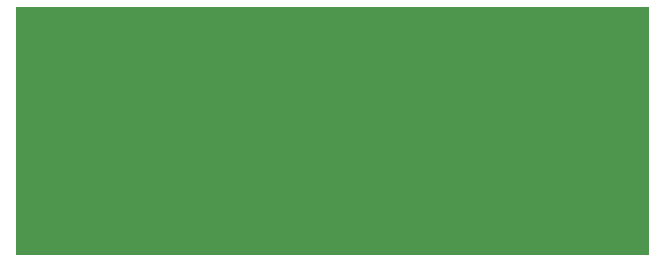
<source format=gbr>
%TF.GenerationSoftware,KiCad,Pcbnew,5.1.10-88a1d61d58~88~ubuntu18.04.1*%
%TF.CreationDate,2021-09-27T14:33:51+02:00*%
%TF.ProjectId,rf_phase_shifter_2_45GHz,72665f70-6861-4736-955f-736869667465,1.0.0*%
%TF.SameCoordinates,Original*%
%TF.FileFunction,Soldermask,Top*%
%TF.FilePolarity,Negative*%
%FSLAX46Y46*%
G04 Gerber Fmt 4.6, Leading zero omitted, Abs format (unit mm)*
G04 Created by KiCad (PCBNEW 5.1.10-88a1d61d58~88~ubuntu18.04.1) date 2021-09-27 14:33:51*
%MOMM*%
%LPD*%
G01*
G04 APERTURE LIST*
%ADD10C,0.100000*%
%ADD11R,0.700000X0.600000*%
%ADD12R,0.330000X0.350000*%
%ADD13R,5.000000X1.200000*%
%ADD14R,5.000000X1.600000*%
%ADD15R,1.200000X5.000000*%
%ADD16R,1.600000X5.000000*%
G04 APERTURE END LIST*
D10*
G36*
X126746000Y-69342000D02*
G01*
X73279000Y-69342000D01*
X73279000Y-48387000D01*
X126746000Y-48387000D01*
X126746000Y-69342000D01*
G37*
X126746000Y-69342000D02*
X73279000Y-69342000D01*
X73279000Y-48387000D01*
X126746000Y-48387000D01*
X126746000Y-69342000D01*
D11*
%TO.C,D4*%
X119227600Y-60577500D03*
X119227600Y-61977500D03*
%TD*%
%TO.C,TL4*%
G36*
G01*
X109707000Y-60776500D02*
X109707000Y-60381500D01*
G75*
G02*
X109904500Y-60184000I197500J0D01*
G01*
X119055500Y-60184000D01*
G75*
G02*
X119253000Y-60381500I0J-197500D01*
G01*
X119253000Y-60776500D01*
G75*
G02*
X119055500Y-60974000I-197500J0D01*
G01*
X109904500Y-60974000D01*
G75*
G02*
X109707000Y-60776500I0J197500D01*
G01*
G37*
G36*
G01*
X102161000Y-60776500D02*
X102161000Y-60381500D01*
G75*
G02*
X102358500Y-60184000I197500J0D01*
G01*
X111509500Y-60184000D01*
G75*
G02*
X111707000Y-60381500I0J-197500D01*
G01*
X111707000Y-60776500D01*
G75*
G02*
X111509500Y-60974000I-197500J0D01*
G01*
X102358500Y-60974000D01*
G75*
G02*
X102161000Y-60776500I0J197500D01*
G01*
G37*
%TD*%
%TO.C,TL3*%
G36*
G01*
X109707000Y-57474500D02*
X109707000Y-57079500D01*
G75*
G02*
X109904500Y-56882000I197500J0D01*
G01*
X119055500Y-56882000D01*
G75*
G02*
X119253000Y-57079500I0J-197500D01*
G01*
X119253000Y-57474500D01*
G75*
G02*
X119055500Y-57672000I-197500J0D01*
G01*
X109904500Y-57672000D01*
G75*
G02*
X109707000Y-57474500I0J197500D01*
G01*
G37*
G36*
G01*
X102161000Y-57474500D02*
X102161000Y-57079500D01*
G75*
G02*
X102358500Y-56882000I197500J0D01*
G01*
X111509500Y-56882000D01*
G75*
G02*
X111707000Y-57079500I0J-197500D01*
G01*
X111707000Y-57474500D01*
G75*
G02*
X111509500Y-57672000I-197500J0D01*
G01*
X102358500Y-57672000D01*
G75*
G02*
X102161000Y-57474500I0J197500D01*
G01*
G37*
%TD*%
%TO.C,TL2*%
G36*
G01*
X93107000Y-61179000D02*
X93107000Y-59979000D01*
G75*
G02*
X93707000Y-59379000I600000J0D01*
G01*
X101567000Y-59379000D01*
G75*
G02*
X102167000Y-59979000I0J-600000D01*
G01*
X102167000Y-61179000D01*
G75*
G02*
X101567000Y-61779000I-600000J0D01*
G01*
X93707000Y-61779000D01*
G75*
G02*
X93107000Y-61179000I0J600000D01*
G01*
G37*
G36*
G01*
X86047000Y-61179000D02*
X86047000Y-59979000D01*
G75*
G02*
X86647000Y-59379000I600000J0D01*
G01*
X94507000Y-59379000D01*
G75*
G02*
X95107000Y-59979000I0J-600000D01*
G01*
X95107000Y-61179000D01*
G75*
G02*
X94507000Y-61779000I-600000J0D01*
G01*
X86647000Y-61779000D01*
G75*
G02*
X86047000Y-61179000I0J600000D01*
G01*
G37*
%TD*%
%TO.C,TL1*%
G36*
G01*
X93107000Y-57877000D02*
X93107000Y-56677000D01*
G75*
G02*
X93707000Y-56077000I600000J0D01*
G01*
X101567000Y-56077000D01*
G75*
G02*
X102167000Y-56677000I0J-600000D01*
G01*
X102167000Y-57877000D01*
G75*
G02*
X101567000Y-58477000I-600000J0D01*
G01*
X93707000Y-58477000D01*
G75*
G02*
X93107000Y-57877000I0J600000D01*
G01*
G37*
G36*
G01*
X86047000Y-57877000D02*
X86047000Y-56677000D01*
G75*
G02*
X86647000Y-56077000I600000J0D01*
G01*
X94507000Y-56077000D01*
G75*
G02*
X95107000Y-56677000I0J-600000D01*
G01*
X95107000Y-57877000D01*
G75*
G02*
X94507000Y-58477000I-600000J0D01*
G01*
X86647000Y-58477000D01*
G75*
G02*
X86047000Y-57877000I0J600000D01*
G01*
G37*
%TD*%
D12*
%TO.C,FL1*%
X85103000Y-58278000D03*
X85103000Y-58928000D03*
X85103000Y-59578000D03*
X86093000Y-59578000D03*
X86093000Y-58928000D03*
X86093000Y-58278000D03*
%TD*%
D13*
%TO.C,J3*%
X75967000Y-58928000D03*
D14*
X75967000Y-61698000D03*
X75967000Y-56158000D03*
%TD*%
D15*
%TO.C,J2*%
X84455000Y-66654000D03*
D16*
X87225000Y-66654000D03*
X81685000Y-66654000D03*
%TD*%
D15*
%TO.C,J1*%
X84455000Y-51202000D03*
D16*
X81685000Y-51202000D03*
X87225000Y-51202000D03*
%TD*%
%TO.C,L2*%
G36*
G01*
X86743250Y-61880000D02*
X86230750Y-61880000D01*
G75*
G02*
X86012000Y-61661250I0J218750D01*
G01*
X86012000Y-61223750D01*
G75*
G02*
X86230750Y-61005000I218750J0D01*
G01*
X86743250Y-61005000D01*
G75*
G02*
X86962000Y-61223750I0J-218750D01*
G01*
X86962000Y-61661250D01*
G75*
G02*
X86743250Y-61880000I-218750J0D01*
G01*
G37*
G36*
G01*
X86743250Y-63455000D02*
X86230750Y-63455000D01*
G75*
G02*
X86012000Y-63236250I0J218750D01*
G01*
X86012000Y-62798750D01*
G75*
G02*
X86230750Y-62580000I218750J0D01*
G01*
X86743250Y-62580000D01*
G75*
G02*
X86962000Y-62798750I0J-218750D01*
G01*
X86962000Y-63236250D01*
G75*
G02*
X86743250Y-63455000I-218750J0D01*
G01*
G37*
%TD*%
%TO.C,L1*%
G36*
G01*
X86230750Y-55976000D02*
X86743250Y-55976000D01*
G75*
G02*
X86962000Y-56194750I0J-218750D01*
G01*
X86962000Y-56632250D01*
G75*
G02*
X86743250Y-56851000I-218750J0D01*
G01*
X86230750Y-56851000D01*
G75*
G02*
X86012000Y-56632250I0J218750D01*
G01*
X86012000Y-56194750D01*
G75*
G02*
X86230750Y-55976000I218750J0D01*
G01*
G37*
G36*
G01*
X86230750Y-54401000D02*
X86743250Y-54401000D01*
G75*
G02*
X86962000Y-54619750I0J-218750D01*
G01*
X86962000Y-55057250D01*
G75*
G02*
X86743250Y-55276000I-218750J0D01*
G01*
X86230750Y-55276000D01*
G75*
G02*
X86012000Y-55057250I0J218750D01*
G01*
X86012000Y-54619750D01*
G75*
G02*
X86230750Y-54401000I218750J0D01*
G01*
G37*
%TD*%
D11*
%TO.C,D3*%
X119227600Y-57278500D03*
X119227600Y-55878500D03*
%TD*%
%TO.C,D2*%
X102158800Y-62422000D03*
X102158800Y-61022000D03*
%TD*%
%TO.C,D1*%
X102171500Y-55434000D03*
X102171500Y-56834000D03*
%TD*%
%TO.C,C2*%
G36*
G01*
X84705000Y-61905000D02*
X84205000Y-61905000D01*
G75*
G02*
X83980000Y-61680000I0J225000D01*
G01*
X83980000Y-61230000D01*
G75*
G02*
X84205000Y-61005000I225000J0D01*
G01*
X84705000Y-61005000D01*
G75*
G02*
X84930000Y-61230000I0J-225000D01*
G01*
X84930000Y-61680000D01*
G75*
G02*
X84705000Y-61905000I-225000J0D01*
G01*
G37*
G36*
G01*
X84705000Y-63455000D02*
X84205000Y-63455000D01*
G75*
G02*
X83980000Y-63230000I0J225000D01*
G01*
X83980000Y-62780000D01*
G75*
G02*
X84205000Y-62555000I225000J0D01*
G01*
X84705000Y-62555000D01*
G75*
G02*
X84930000Y-62780000I0J-225000D01*
G01*
X84930000Y-63230000D01*
G75*
G02*
X84705000Y-63455000I-225000J0D01*
G01*
G37*
%TD*%
%TO.C,C1*%
G36*
G01*
X84705000Y-55301000D02*
X84205000Y-55301000D01*
G75*
G02*
X83980000Y-55076000I0J225000D01*
G01*
X83980000Y-54626000D01*
G75*
G02*
X84205000Y-54401000I225000J0D01*
G01*
X84705000Y-54401000D01*
G75*
G02*
X84930000Y-54626000I0J-225000D01*
G01*
X84930000Y-55076000D01*
G75*
G02*
X84705000Y-55301000I-225000J0D01*
G01*
G37*
G36*
G01*
X84705000Y-56851000D02*
X84205000Y-56851000D01*
G75*
G02*
X83980000Y-56626000I0J225000D01*
G01*
X83980000Y-56176000D01*
G75*
G02*
X84205000Y-55951000I225000J0D01*
G01*
X84705000Y-55951000D01*
G75*
G02*
X84930000Y-56176000I0J-225000D01*
G01*
X84930000Y-56626000D01*
G75*
G02*
X84705000Y-56851000I-225000J0D01*
G01*
G37*
%TD*%
M02*

</source>
